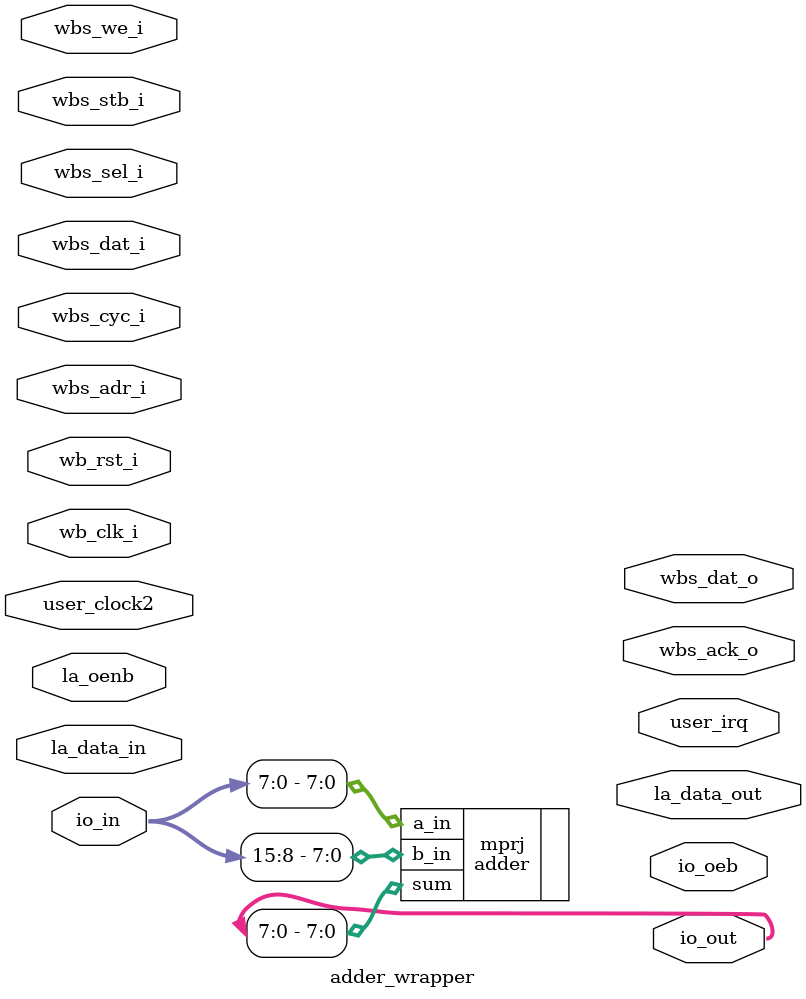
<source format=v>
module adder_wrapper (user_clock2,
    wb_clk_i,
    wb_rst_i,
    wbs_ack_o,
    wbs_cyc_i,
    wbs_stb_i,
    wbs_we_i,
    io_in,
    io_oeb,
    io_out,
    la_data_in,
    la_data_out,
    la_oenb,
    user_irq,
    wbs_adr_i,
    wbs_dat_i,
    wbs_dat_o,
    wbs_sel_i);
 input user_clock2;
 input wb_clk_i;
 input wb_rst_i;
 output wbs_ack_o;
 input wbs_cyc_i;
 input wbs_stb_i;
 input wbs_we_i;
 input [37:0] io_in;
 output [37:0] io_oeb;
 output [37:0] io_out;
 input [63:0] la_data_in;
 output [63:0] la_data_out;
 input [63:0] la_oenb;
 output [2:0] user_irq;
 input [31:0] wbs_adr_i;
 input [31:0] wbs_dat_i;
 output [31:0] wbs_dat_o;
 input [3:0] wbs_sel_i;


 adder mprj (.a_in({io_in[7],
    io_in[6],
    io_in[5],
    io_in[4],
    io_in[3],
    io_in[2],
    io_in[1],
    io_in[0]}),
    .b_in({io_in[15],
    io_in[14],
    io_in[13],
    io_in[12],
    io_in[11],
    io_in[10],
    io_in[9],
    io_in[8]}),
    .sum({io_out[7],
    io_out[6],
    io_out[5],
    io_out[4],
    io_out[3],
    io_out[2],
    io_out[1],
    io_out[0]}));
endmodule


</source>
